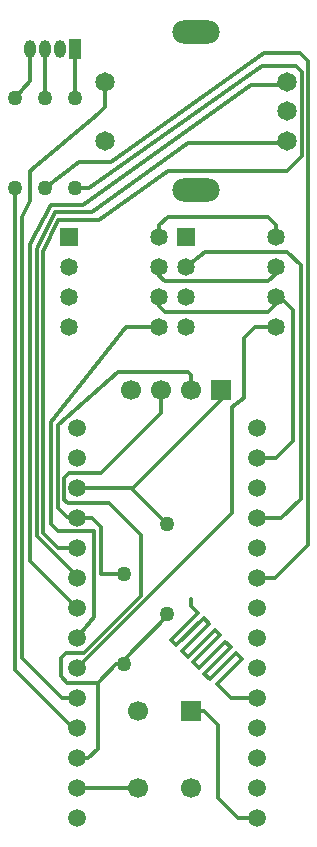
<source format=gbr>
G04 DipTrace 3.3.0.0*
G04 Top.gbr*
%MOIN*%
G04 #@! TF.FileFunction,Copper,L1,Top*
G04 #@! TF.Part,Single*
G04 #@! TA.AperFunction,Conductor*
%ADD14C,0.012992*%
G04 #@! TA.AperFunction,ComponentPad*
%ADD15R,0.066929X0.066929*%
%ADD16C,0.066929*%
%ADD17C,0.059055*%
%ADD18C,0.05*%
%ADD19C,0.05*%
%ADD20C,0.064961*%
%ADD21O,0.15748X0.07874*%
%ADD22O,0.03937X0.059055*%
%ADD23R,0.041339X0.066929*%
%ADD25R,0.0585X0.0585*%
%ADD26C,0.0585*%
%FSLAX26Y26*%
G04*
G70*
G90*
G75*
G01*
G04 Top*
%LPD*%
X656202Y856202D2*
D14*
X643701D1*
X449951Y1049951D1*
Y2656201D1*
X656202Y1556202D2*
X668815Y1559567D1*
X621585D1*
X591538Y1589614D1*
Y1866924D1*
X792055Y2042261D1*
X1026391D1*
X1037451Y2031201D1*
Y1981201D1*
X656202Y1556202D2*
X706201D1*
X737450Y1524953D1*
Y1368701D1*
X812451D1*
X931201Y2393701D2*
Y2362451D1*
X949180Y2344472D1*
X1294474D1*
X1318701Y2368699D1*
Y2393701D1*
X499953Y3118699D2*
Y3012450D1*
X449951Y2956201D1*
X549953Y3118699D2*
Y2956201D1*
X649953Y3118699D2*
Y2956201D1*
X649951D1*
X931201Y2493701D2*
Y2531199D1*
X958222Y2558220D1*
X1291682D1*
X1318701Y2531202D1*
Y2493701D1*
X656202Y656202D2*
X859944D1*
X860286Y656545D1*
X1256202Y956202D2*
X1168701D1*
X1121827Y1003076D1*
X1206202Y1087450D1*
X1187451Y1106201D1*
X1099953Y1018701D1*
X1081202Y1037451D1*
X1168702Y1124950D1*
X1149951Y1143701D1*
X1062451Y1056201D1*
X1043702Y1074951D1*
X1134325Y1165575D1*
X1115576Y1184325D1*
X1024951Y1093701D1*
X1006201Y1112450D1*
X1096825Y1203075D1*
X1078076Y1221825D1*
X987451Y1131201D1*
X968701Y1149950D1*
X1059325Y1240575D1*
X1037451Y1262450D1*
Y1287450D1*
X656202Y956202D2*
X606201D1*
X472222Y1090181D1*
Y2558572D1*
X499929Y2611949D1*
Y2712497D1*
X725185Y2902214D1*
X749902Y2926930D1*
Y3010875D1*
X656202Y1056201D2*
X1173298Y1573297D1*
Y1924950D1*
X1212451Y1956201D1*
Y2156201D1*
X1249951Y2193701D1*
X1318701D1*
X656202Y1156202D2*
X712451Y1224951D1*
Y1511886D1*
X594266D1*
X568701Y1537451D1*
Y1874950D1*
X818702Y2193701D1*
X931201D1*
X656202Y1356201D2*
X662451D1*
X521471Y1497181D1*
Y2453037D1*
X582375Y2574950D1*
X705777D1*
X1024951Y2806199D1*
X1356201D1*
Y2814025D1*
X656202Y1256202D2*
X499953Y1412451D1*
Y2468873D1*
X568331Y2599950D1*
X675778D1*
X1237451Y2999950D1*
X1343703D1*
X1356201Y3010875D1*
X1037451Y912450D2*
X1081202D1*
X1127290Y866362D1*
Y622612D1*
X1194517Y555385D1*
X1260412D1*
X1256202Y556202D1*
X656202Y1456202D2*
X593701D1*
X543846Y1506056D1*
Y2442818D1*
X593702Y2549950D1*
X731203D1*
X960898Y2711357D1*
X1355108D1*
X1405705Y2761954D1*
Y3044197D1*
X1387451Y3062450D1*
X1272350D1*
X697353Y2656201D1*
X649951D1*
X931201Y2293701D2*
Y2262451D1*
X949827Y2243825D1*
X1293827D1*
X1318701Y2268699D1*
Y2293701D1*
X1256202Y1756202D2*
X1318703D1*
X1374951Y1812450D1*
Y2249950D1*
X1324951Y2299951D1*
X1318701Y2293701D1*
X656202Y1656201D2*
X843702D1*
X1137451Y1949950D1*
Y1981201D1*
X956202Y1537450D2*
X837451Y1656201D1*
X656202D1*
X1256202Y1356201D2*
X1316835D1*
X1425970Y1465336D1*
Y3080182D1*
X1399953Y3106199D1*
X1281176D1*
X768703Y2743701D1*
X662451D1*
X549953Y2656201D1*
X1256202Y1556202D2*
X1337453D1*
X1401925Y1620675D1*
Y2397976D1*
X1355552Y2444349D1*
X1082013D1*
X1018701Y2393701D1*
X656202Y756201D2*
X693701D1*
X724951Y787451D1*
Y1006570D1*
X624583D1*
X602240Y1028912D1*
Y1089740D1*
X620050Y1107550D1*
X679028D1*
X868701Y1297223D1*
Y1499450D1*
X763434Y1604717D1*
X626436D1*
X613936Y1617217D1*
Y1688936D1*
X629869Y1704869D1*
X736119D1*
X937451Y1906201D1*
Y1981201D1*
X724951Y787450D2*
Y1006201D1*
X787451Y1068701D1*
X812451D1*
Y1083579D1*
X961262Y1232390D1*
X956202Y1237450D1*
D15*
X1137451Y1981201D3*
D16*
X1037451D3*
X937451D3*
X837451D3*
D17*
X656202Y556202D3*
Y656202D3*
Y756201D3*
Y856202D3*
Y956202D3*
Y1056201D3*
Y1156202D3*
Y1256202D3*
Y1356201D3*
Y1456202D3*
Y1556202D3*
Y1656201D3*
X1256202Y556202D3*
Y656202D3*
Y756201D3*
Y856202D3*
Y956202D3*
Y1056201D3*
Y1156202D3*
Y1256202D3*
Y1356201D3*
Y1456202D3*
Y1556202D3*
Y1656201D3*
X656202Y1756202D3*
Y1856202D3*
X1256202Y1756202D3*
Y1856202D3*
D18*
X649951Y2956201D3*
D19*
Y2656201D3*
D18*
X549953Y2956201D3*
D19*
Y2656201D3*
D18*
X449951Y2956201D3*
D19*
Y2656201D3*
D18*
X812451Y1068701D3*
D19*
Y1368701D3*
D18*
X956202Y1237450D3*
D19*
Y1537450D3*
D20*
X1356201Y2912450D3*
Y3010875D3*
Y2814025D3*
X749902D3*
Y3010875D3*
D21*
X1053051Y3176230D3*
Y2648671D3*
D22*
X499952Y3118699D3*
X599952D3*
D23*
X649952D3*
D22*
X549952D3*
D15*
X1037451Y912450D3*
D16*
X860286D3*
Y656545D3*
X1037451D3*
D25*
X1018701Y2493701D3*
D26*
Y2393701D3*
Y2293701D3*
Y2193701D3*
X1318701D3*
Y2293701D3*
Y2393701D3*
Y2493701D3*
D25*
X631201D3*
D26*
Y2393701D3*
Y2293701D3*
Y2193701D3*
X931201D3*
Y2293701D3*
Y2393701D3*
Y2493701D3*
M02*

</source>
